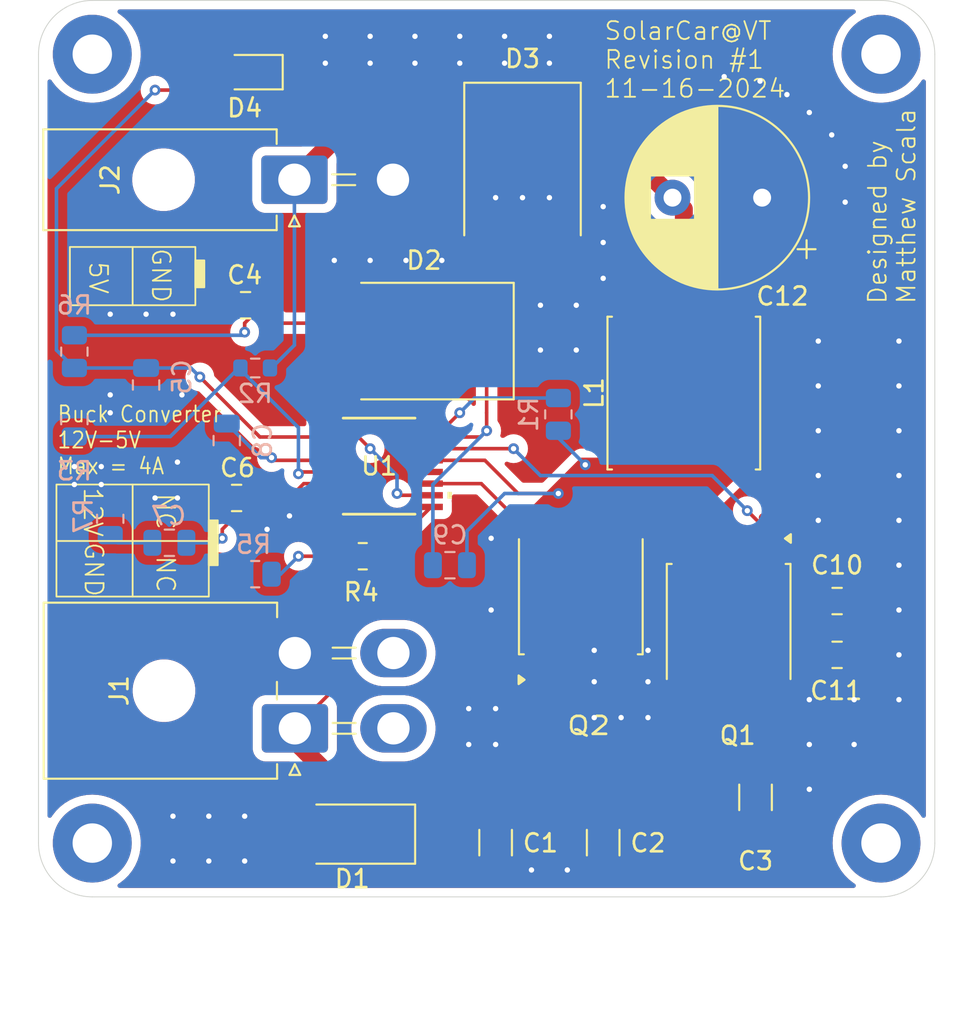
<source format=kicad_pcb>
(kicad_pcb (version 20240108) (generator "pcbnew") (generator_version "8.0")
  (layers (0 "F.Cu" signal) (31 "B.Cu" signal) (34 "B.Paste" user) (35 "F.Paste" user) (36 "B.SilkS" user "B.Silkscreen") (37 "F.SilkS" user "F.Silkscreen") (38 "B.Mask" user) (39 "F.Mask" user) (44 "Edge.Cuts" user))
  (net 0 "")
  (net 1 "GND")
  (net 2 "VCC")
  (net 3 "Net-(D3-K)")
  (net 4 "Net-(C7-Pad1)")
  (net 5 "Net-(Q1-G)")
  (net 6 "Net-(Q2-G)")
  (net 7 "/L_Junction")
  (net 8 "Net-(D2-A)")
  (net 9 "Net-(D2-K)")
  (net 10 "Net-(D4-A)")
  (net 13 "Net-(U1-COMP)")
  (net 14 "Net-(U1-SS)")
  (net 15 "Net-(U1-CS)")
  (net 16 "Net-(U1-FB)")
  (net 17 "Net-(U1-EN{slash}UVLO)")
  (footprint "Capacitor_SMD:C_0805_2012Metric" (layer "F.Cu") (at 169.55 108.5)
    (property "Reference" "C10" (at 0 -2 0) (layer "F.SilkS"))
    (property "Value" "10 uF")
    (pad "1" smd roundrect (at -0.95 0) (size 1 1.45) (layers "F.Cu" "F.Paste" "F.Mask") (net 2 "VCC"))
    (pad "2" smd roundrect (at 0.95 0) (size 1 1.45) (layers "F.Cu" "F.Paste" "F.Mask") (net 1 "GND"))
  )
  (footprint "Inductor_SMD:L_Cenker_CKCS8080" (layer "F.Cu") (at 161 96.9 90)
    (property "Reference" "L1" (at 0 -5 90) (layer "F.SilkS"))
    (property "Value" "22 uH(any low value above 4uH)")
    (pad "1" smd rect (at -2.9 0 90) (size 2.7 7.5) (layers "F.Cu" "F.Paste" "F.Mask") (net 7 "/L_Junction"))
    (pad "2" smd rect (at 2.9 0 90) (size 2.7 7.5) (layers "F.Cu" "F.Paste" "F.Mask") (net 3 "Net-(D3-K)"))
  )
  (footprint "Resistor_SMD:R_0805_2012Metric" (layer "F.Cu") (at 143.0875 106 180)
    (property "Reference" "R4" (at 0.0875 -2 0) (layer "F.SilkS"))
    (property "Value" "2.67k")
    (pad "1" smd roundrect (at -0.9125 0 180) (size 1.025 1.4) (layers "F.Cu" "F.Paste" "F.Mask") (roundrect_rratio 0.243902) (net 2 "VCC"))
    (pad "2" smd roundrect (at 0.9125 0 180) (size 1.025 1.4) (layers "F.Cu" "F.Paste" "F.Mask") (roundrect_rratio 0.243902) (net 17 "Net-(U1-EN{slash}UVLO)"))
  )
  (footprint "Capacitor_SMD:C_0805_2012Metric" (layer "F.Cu") (at 136.05 102.75)
    (property "Reference" "C6" (at 0.05 -1.68 0) (layer "F.SilkS"))
    (property "Value" "50 pF")
    (pad "1" smd roundrect (at -0.95 0) (size 1 1.45) (layers "F.Cu" "F.Paste" "F.Mask") (net 1 "GND"))
    (pad "2" smd roundrect (at 0.95 0) (size 1 1.45) (layers "F.Cu" "F.Paste" "F.Mask") (net 13 "Net-(U1-COMP)"))
  )
  (footprint "Diode_SMD:D_SMC" (layer "F.Cu") (at 146.6 94 180)
    (property "Reference" "D2" (at 0.1 4.5 0) (layer "F.SilkS"))
    (property "Value" "D_Schottky")
    (pad "1" smd roundrect (at -3.4 0 270) (size 3.3 2.5) (layers "F.Cu" "F.Paste" "F.Mask") (roundrect_rratio 0.1) (net 9 "Net-(D2-K)"))
    (pad "2" smd roundrect (at 3.4 0 270) (size 3.3 2.5) (layers "F.Cu" "F.Paste" "F.Mask") (roundrect_rratio 0.1) (net 8 "Net-(D2-A)"))
  )
  (footprint "MountingHole:MountingHole_2.2mm_M2_Pad" (layer "F.Cu") (at 172 78)
    (property "Reference" "H1" (hide yes))
    (property "Value" "MountingHole")
    (pad "1" thru_hole circle (at 0 0) (size 4.4 4.4) (drill 2.2) (layers "*.Cu" "*.Mask"))
  )
  (footprint "Capacitor_SMD:C_0805_2012Metric" (layer "F.Cu") (at 169.55 111.5 180)
    (property "Reference" "C11" (at 0.05 -2 0) (layer "F.SilkS"))
    (property "Value" "10 uF")
    (pad "1" smd roundrect (at -0.95 0 180) (size 1 1.45) (layers "F.Cu" "F.Paste" "F.Mask") (net 1 "GND"))
    (pad "2" smd roundrect (at 0.95 0 180) (size 1 1.45) (layers "F.Cu" "F.Paste" "F.Mask") (net 2 "VCC"))
  )
  (footprint "footprints:TO-252-2 (corrected pin order)" (layer "F.Cu") (at 155.2525 108.16 90)
    (property "Reference" "Q2" (at -7.29 0.4375 0) (layer "F.SilkS") (effects (font (size 1 1.2))))
    (property "Value" "NMOS")
    (pad "1" smd roundrect (at -0.415 -1.525 90) (size 3.05 2.75) (layers "F.Cu" "F.Paste") (roundrect_rratio 0.090909) (net 7 "/L_Junction"))
    (pad "1" smd roundrect (at -0.415 1.525 90) (size 3.05 2.75) (layers "F.Cu" "F.Paste") (roundrect_rratio 0.090909) (net 7 "/L_Junction"))
    (pad "1" smd roundrect (at 1.26 0 90) (size 6.4 5.8) (layers "F.Cu" "F.Mask") (roundrect_rratio 0.043103) (net 7 "/L_Junction"))
    (pad "1" smd roundrect (at 2.935 -1.525 90) (size 3.05 2.75) (layers "F.Cu" "F.Paste") (roundrect_rratio 0.090909) (net 7 "/L_Junction"))
    (pad "1" smd roundrect (at 2.935 1.525 90) (size 3.05 2.75) (layers "F.Cu" "F.Paste") (roundrect_rratio 0.090909) (net 7 "/L_Junction"))
    (pad "2" smd roundrect (at -5.04 -2.28 90) (size 2.2 1.2) (layers "F.Cu" "F.Paste" "F.Mask") (roundrect_rratio 0.208333) (net 6 "Net-(Q2-G)"))
    (pad "3" smd roundrect (at -5.04 2.28 90) (size 2.2 1.2) (layers "F.Cu" "F.Paste" "F.Mask") (roundrect_rratio 0.208333) (net 1 "GND"))
  )
  (footprint "Capacitor_THT:CP_Radial_D10.0mm_P5.00mm" (layer "F.Cu") (at 165.367677 86 180)
    (property "Reference" "C12" (at -1.132323 -5.5 180) (layer "F.SilkS"))
    (property "Value" "~")
    (pad "1" thru_hole rect (at 0 0 180) (size 2 2) (drill 1) (layers "*.Cu" "*.Mask") (net 1 "GND"))
    (pad "2" thru_hole circle (at 5 0 180) (size 2 2) (drill 1) (layers "*.Cu" "*.Mask") (net 3 "Net-(D3-K)"))
  )
  (footprint "Capacitor_SMD:C_1206_3216Metric" (layer "F.Cu") (at 156.5 121.975 -90)
    (property "Reference" "C2" (at 0.025 -2.5 180) (layer "F.SilkS"))
    (property "Value" "~")
    (pad "1" smd roundrect (at -1.475 0 270) (size 1.15 1.8) (layers "F.Cu" "F.Paste" "F.Mask") (roundrect_rratio 0.217391) (net 2 "VCC"))
    (pad "2" smd roundrect (at 1.475 0 270) (size 1.15 1.8) (layers "F.Cu" "F.Paste" "F.Mask") (roundrect_rratio 0.217391) (net 1 "GND"))
  )
  (footprint "Diode_SMD:D_SMA" (layer "F.Cu") (at 142.5 121.5 180)
    (property "Reference" "D1" (at 0 -2.5 0) (layer "F.SilkS"))
    (property "Value" "PTVS12VZ1USK")
    (pad "1" smd roundrect (at -2 0 180) (size 2.5 1.8) (layers "F.Cu" "F.Paste" "F.Mask") (roundrect_rratio 0.1388888889) (net 2 "VCC"))
    (pad "2" smd roundrect (at 2 0 180) (size 2.5 1.8) (layers "F.Cu" "F.Paste" "F.Mask") (roundrect_rratio 0.1388888889) (net 1 "GND"))
  )
  (footprint "MountingHole:MountingHole_2.2mm_M2_Pad" (layer "F.Cu") (at 128 78)
    (property "Reference" "H2" (hide yes))
    (property "Value" "MountingHole")
    (pad "1" thru_hole circle (at 0 0) (size 4.4 4.4) (drill 2.2) (layers "*.Cu" "*.Mask"))
  )
  (footprint "MountingHole:MountingHole_2.2mm_M2_Pad" (layer "F.Cu") (at 172 122)
    (property "Reference" "H4" (hide yes))
    (property "Value" "MountingHole")
    (pad "1" thru_hole circle (at 0 0) (size 4.4 4.4) (drill 2.2) (layers "*.Cu" "*.Mask"))
  )
  (footprint "footprints:TO-252-2 (corrected pin order)" (layer "F.Cu") (at 163.5 109.74 -90)
    (property "Reference" "Q1" (at 6.26 -0.5 0) (layer "F.SilkS"))
    (property "Value" "NMOS")
    (pad "1" smd roundrect (at -0.415 -1.525 270) (size 3.05 2.75) (layers "F.Cu" "F.Paste") (roundrect_rratio 0.090909) (net 2 "VCC"))
    (pad "1" smd roundrect (at -0.415 1.525 270) (size 3.05 2.75) (layers "F.Cu" "F.Paste") (roundrect_rratio 0.090909) (net 2 "VCC"))
    (pad "1" smd roundrect (at 1.26 0 270) (size 6.4 5.8) (layers "F.Cu" "F.Mask") (roundrect_rratio 0.043103) (net 2 "VCC"))
    (pad "1" smd roundrect (at 2.935 -1.525 270) (size 3.05 2.75) (layers "F.Cu" "F.Paste") (roundrect_rratio 0.090909) (net 2 "VCC"))
    (pad "1" smd roundrect (at 2.935 1.525 270) (size 3.05 2.75) (layers "F.Cu" "F.Paste") (roundrect_rratio 0.090909) (net 2 "VCC"))
    (pad "2" smd roundrect (at -5.04 -2.28 270) (size 2.2 1.2) (layers "F.Cu" "F.Paste" "F.Mask") (roundrect_rratio 0.208333) (net 5 "Net-(Q1-G)"))
    (pad "3" smd roundrect (at -5.04 2.28 270) (size 2.2 1.2) (layers "F.Cu" "F.Paste" "F.Mask") (roundrect_rratio 0.208333) (net 7 "/L_Junction"))
  )
  (footprint "Capacitor_SMD:C_1206_3216Metric" (layer "F.Cu") (at 165 119.45 -90)
    (property "Reference" "C3" (at 3.55 0 180) (layer "F.SilkS"))
    (property "Value" "~")
    (pad "1" smd roundrect (at -1.475 0 270) (size 1.15 1.8) (layers "F.Cu" "F.Paste" "F.Mask") (roundrect_rratio 0.217391) (net 2 "VCC"))
    (pad "2" smd roundrect (at 1.475 0 270) (size 1.15 1.8) (layers "F.Cu" "F.Paste" "F.Mask") (roundrect_rratio 0.217391) (net 1 "GND"))
  )
  (footprint "Diode_SMD:D_SMC" (layer "F.Cu") (at 152 84.5 -90)
    (property "Reference" "D3" (at -6.25 0 0) (layer "F.SilkS"))
    (property "Value" "PTVS5V0Z1USK")
    (pad "1" smd roundrect (at -3.4 0) (size 3.3 2.5) (layers "F.Cu" "F.Paste" "F.Mask") (roundrect_rratio 0.1) (net 3 "Net-(D3-K)"))
    (pad "2" smd roundrect (at 3.4 0) (size 3.3 2.5) (layers "F.Cu" "F.Paste" "F.Mask") (roundrect_rratio 0.1) (net 1 "GND"))
  )
  (footprint "Connector_Molex:Molex_Mini-Fit_Jr_5569-04A2_2x02_P4.20mm_Horizontal" (layer "F.Cu") (at 139.3 115.6 90)
    (property "Reference" "J1" (at 2.1 -9.8 -90) (layer "F.SilkS"))
    (property "Value" "Conn_01x04_Pin" (hide yes))
    (pad "" np_thru_hole circle (at 2.1 -7.3 90) (size 3 3) (drill 3) (layers "*.Cu" "*.Mask"))
    (pad "1" thru_hole roundrect (at 0 0 90) (size 2.7 3.7) (drill 1.8) (layers "*.Cu" "*.Mask") (roundrect_rratio 0.092593) (net 2 "VCC"))
    (pad "2" thru_hole oval (at 4.2 0 90) (size 2.7 3.7) (drill 1.8) (layers "*.Cu" "*.Mask") (net 1 "GND"))
    (pad "3" thru_hole oval (at 0 5.5 90) (size 2.7 3.7) (drill 1.8) (layers "*.Cu" "*.Mask"))
    (pad "4" thru_hole oval (at 4.2 5.5 90) (size 2.7 3.7) (drill 1.8) (layers "*.Cu" "*.Mask"))
  )
  (footprint "Connector_Molex:Molex_Mini-Fit_Jr_5569-02A2_2x01_P4.20mm_Horizontal" (layer "F.Cu") (at 139.275 85 90)
    (property "Reference" "J2" (at 0 -10.275 -90) (layer "F.SilkS"))
    (property "Value" "Conn_01x02_Pin")
    (pad "" np_thru_hole circle (at 0 -7.3 90) (size 3 3) (drill 3) (layers "*.Cu" "*.Mask"))
    (pad "1" thru_hole roundrect (at 0 0 90) (size 2.7 3.7) (drill 1.8) (layers "*.Cu" "*.Mask") (roundrect_rratio 0.092593) (net 3 "Net-(D3-K)"))
    (pad "2" thru_hole oval (at 0 5.5 90) (size 2.7 3.7) (drill 1.8) (layers "*.Cu" "*.Mask") (net 1 "GND"))
  )
  (footprint "footprints:TSSOP-16_K4-16-1_MCH" (layer "F.Cu") (at 144 100.974999)
    (property "Reference" "U1" (at 0 0 0) (layer "F.SilkS"))
    (property "Value" "MIC2130-4YTSE-TR")
    (pad "1" smd rect (at -2.90195 -2.274999) (size 1.3081 0.3556) (layers "F.Cu" "F.Paste" "F.Mask") (net 8 "Net-(D2-A)"))
    (pad "2" smd rect (at -2.90195 -1.625001) (size 1.3081 0.3556) (layers "F.Cu" "F.Paste" "F.Mask") (net 10 "Net-(D4-A)"))
    (pad "3" smd rect (at -2.90195 -0.974999) (size 1.3081 0.3556) (layers "F.Cu" "F.Paste" "F.Mask") (net 1 "GND"))
    (pad "4" smd rect (at -2.90195 -0.325001) (size 1.3081 0.3556) (layers "F.Cu" "F.Paste" "F.Mask") (net 14 "Net-(U1-SS)"))
    (pad "5" smd rect (at -2.90195 0.324998) (size 1.3081 0.3556) (layers "F.Cu" "F.Paste" "F.Mask") (net 16 "Net-(U1-FB)"))
    (pad "6" smd rect (at -2.90195 0.974999) (size 1.3081 0.3556) (layers "F.Cu" "F.Paste" "F.Mask") (net 13 "Net-(U1-COMP)"))
    (pad "7" smd rect (at -2.90195 1.624998) (size 1.3081 0.3556) (layers "F.Cu" "F.Paste" "F.Mask") (net 1 "GND"))
    (pad "8" smd rect (at -2.90195 2.274999) (size 1.3081 0.3556) (layers "F.Cu" "F.Paste" "F.Mask") (net 17 "Net-(U1-EN{slash}UVLO)"))
    (pad "9" smd rect (at 2.90195 2.274999) (size 1.3081 0.3556) (layers "F.Cu" "F.Paste" "F.Mask") (net 2 "VCC"))
    (pad "10" smd rect (at 2.90195 1.625001) (size 1.3081 0.3556) (layers "F.Cu" "F.Paste" "F.Mask") (net 8 "Net-(D2-A)"))
    (pad "11" smd rect (at 2.90195 0.974999) (size 1.3081 0.3556) (layers "F.Cu" "F.Paste" "F.Mask") (net 6 "Net-(Q2-G)"))
    (pad "12" smd rect (at 2.90195 0.325001) (size 1.3081 0.3556) (layers "F.Cu" "F.Paste" "F.Mask") (net 1 "GND"))
    (pad "13" smd rect (at 2.90195 -0.324998) (size 1.3081 0.3556) (layers "F.Cu" "F.Paste" "F.Mask") (net 7 "/L_Junction"))
    (pad "14" smd rect (at 2.90195 -0.974999) (size 1.3081 0.3556) (layers "F.Cu" "F.Paste" "F.Mask") (net 5 "Net-(Q1-G)"))
    (pad "15" smd rect (at 2.90195 -1.624998) (size 1.3081 0.3556) (layers "F.Cu" "F.Paste" "F.Mask") (net 9 "Net-(D2-K)"))
    (pad "16" smd rect (at 2.90195 -2.274999) (size 1.3081 0.3556) (layers "F.Cu" "F.Paste" "F.Mask") (net 15 "Net-(U1-CS)"))
  )
  (footprint "LED_SMD:LED_0805_2012Metric" (layer "F.Cu") (at 136.9375 79 180)
    (property "Reference" "D4" (at 0.4375 -2 0) (layer "F.SilkS"))
    (property "Value" "LED")
    (pad "1" smd roundrect (at -0.9375 0 180) (size 0.975 1.4) (layers "F.Cu" "F.Paste" "F.Mask") (net 1 "GND"))
    (pad "2" smd roundrect (at 0.9375 0 180) (size 0.975 1.4) (layers "F.Cu" "F.Paste" "F.Mask") (net 10 "Net-(D4-A)"))
  )
  (footprint "MountingHole:MountingHole_2.2mm_M2_Pad" (layer "F.Cu") (at 128 122)
    (property "Reference" "H3" (hide yes))
    (property "Value" "MountingHole")
    (pad "1" thru_hole circle (at 0 0) (size 4.4 4.4) (drill 2.2) (layers "*.Cu" "*.Mask"))
  )
  (footprint "Capacitor_SMD:C_0805_2012Metric" (layer "F.Cu") (at 136.55 92)
    (property "Reference" "C4" (at -0.05 -1.68 0) (layer "F.SilkS"))
    (property "Value" ".1 uF")
    (pad "1" smd roundrect (at -0.95 0) (size 1 1.45) (layers "F.Cu" "F.Paste" "F.Mask") (net 1 "GND"))
    (pad "2" smd roundrect (at 0.95 0) (size 1 1.45) (layers "F.Cu" "F.Paste" "F.Mask") (net 8 "Net-(D2-A)"))
  )
  (footprint "Capacitor_SMD:C_1206_3216Metric" (layer "F.Cu") (at 150.5 121.975 90)
    (property "Reference" "C1" (at -0.025 2.5 180) (layer "F.SilkS"))
    (property "Value" "22-100 uF 6-10 of them")
    (pad "1" smd roundrect (at -1.475 0 90) (size 1.15 1.8) (layers "F.Cu" "F.Paste" "F.Mask") (roundrect_rratio 0.217391) (net 1 "GND"))
    (pad "2" smd roundrect (at 1.475 0 90) (size 1.15 1.8) (layers "F.Cu" "F.Paste" "F.Mask") (roundrect_rratio 0.217391) (net 2 "VCC"))
  )
  (footprint "Resistor_SMD:R_0805_2012Metric" (layer "B.Cu") (at 137.0875 107 180)
    (property "Reference" "R5" (at 0.0875 1.65 0) (layer "B.SilkS") (effects (justify mirror)))
    (property "Value" "24k")
    (pad "1" smd roundrect (at -0.9125 0 180) (size 1.025 1.4) (layers "B.Cu" "B.Paste" "B.Mask") (roundrect_rratio 0.243902) (net 17 "Net-(U1-EN{slash}UVLO)"))
    (pad "2" smd roundrect (at 0.9125 0 180) (size 1.025 1.4) (layers "B.Cu" "B.Paste" "B.Mask") (roundrect_rratio 0.243902) (net 1 "GND"))
  )
  (footprint "Capacitor_SMD:C_0805_2012Metric" (layer "B.Cu") (at 132.3 105.25)
    (property "Reference" "C7" (at -0.05 -1.5 0) (layer "B.SilkS") (effects (justify mirror)))
    (property "Value" ".15 uF")
    (pad "1" smd roundrect (at -0.95 0) (size 1 1.45) (layers "B.Cu" "B.Paste" "B.Mask") (net 4 "Net-(C7-Pad1)"))
    (pad "2" smd roundrect (at 0.95 0) (size 1 1.45) (layers "B.Cu" "B.Paste" "B.Mask") (net 13 "Net-(U1-COMP)"))
  )
  (footprint "Resistor_SMD:R_0805_2012Metric" (layer "B.Cu") (at 154 98.0875 -90)
    (property "Reference" "R1" (at 0 1.65 90) (layer "B.SilkS") (effects (justify mirror)))
    (property "Value" "32")
    (pad "1" smd roundrect (at -0.9125 0 270) (size 1.025 1.4) (layers "B.Cu" "B.Paste" "B.Mask") (roundrect_rratio 0.243902) (net 15 "Net-(U1-CS)"))
    (pad "2" smd roundrect (at 0.9125 0 270) (size 1.025 1.4) (layers "B.Cu" "B.Paste" "B.Mask") (roundrect_rratio 0.243902) (net 7 "/L_Junction"))
  )
  (footprint "Capacitor_SMD:C_0805_2012Metric" (layer "B.Cu") (at 135.5 99.55 90)
    (property "Reference" "C8" (at 0 2 90) (layer "B.SilkS") (effects (justify mirror)))
    (property "Value" ".1 uF")
    (pad "1" smd roundrect (at -0.95 0 90) (size 1 1.45) (layers "B.Cu" "B.Paste" "B.Mask") (net 1 "GND"))
    (pad "2" smd roundrect (at 0.95 0 90) (size 1 1.45) (layers "B.Cu" "B.Paste" "B.Mask") (net 14 "Net-(U1-SS)"))
  )
  (footprint "Capacitor_SMD:C_0805_2012Metric" (layer "B.Cu") (at 147.95 106.5 180)
    (property "Reference" "C9" (at 0 1.68 0) (layer "B.SilkS") (effects (justify mirror)))
    (property "Value" ".1 uF")
    (pad "1" smd roundrect (at -0.95 0 180) (size 1 1.45) (layers "B.Cu" "B.Paste" "B.Mask") (net 7 "/L_Junction"))
    (pad "2" smd roundrect (at 0.95 0 180) (size 1 1.45) (layers "B.Cu" "B.Paste" "B.Mask") (net 9 "Net-(D2-K)"))
  )
  (footprint "Resistor_SMD:R_0805_2012Metric" (layer "B.Cu") (at 127 98.4125 -90)
    (property "Reference" "R3" (at 2.8375 0 0) (layer "B.SilkS") (effects (justify mirror)))
    (property "Value" "2.67k")
    (pad "1" smd roundrect (at -0.9125 0 270) (size 1.025 1.4) (layers "B.Cu" "B.Paste" "B.Mask") (roundrect_rratio 0.243902) (net 1 "GND"))
    (pad "2" smd roundrect (at 0.9125 0 270) (size 1.025 1.4) (layers "B.Cu" "B.Paste" "B.Mask") (roundrect_rratio 0.243902) (net 16 "Net-(U1-FB)"))
  )
  (footprint "Resistor_SMD:R_0805_2012Metric" (layer "B.Cu") (at 127 94.5875 90)
    (property "Reference" "R6" (at 2.5875 0 180) (layer "B.SilkS") (effects (justify mirror)))
    (property "Value" "10k")
    (pad "1" smd roundrect (at -0.9125 0 90) (size 1.025 1.4) (layers "B.Cu" "B.Paste" "B.Mask") (roundrect_rratio 0.243902) (net 10 "Net-(D4-A)"))
    (pad "2" smd roundrect (at 0.9125 0 90) (size 1.025 1.4) (layers "B.Cu" "B.Paste" "B.Mask") (roundrect_rratio 0.243902) (net 8 "Net-(D2-A)"))
  )
  (footprint "Capacitor_SMD:C_0805_2012Metric" (layer "B.Cu") (at 131 96.45 90)
    (property "Reference" "C5" (at 0.45 2 90) (layer "B.SilkS") (effects (justify mirror)))
    (property "Value" "10 uF")
    (pad "1" smd roundrect (at -0.95 0 90) (size 1 1.45) (layers "B.Cu" "B.Paste" "B.Mask") (net 1 "GND"))
    (pad "2" smd roundrect (at 0.95 0 90) (size 1 1.45) (layers "B.Cu" "B.Paste" "B.Mask") (net 10 "Net-(D4-A)"))
  )
  (footprint "Resistor_SMD:R_0603_1608Metric" (layer "B.Cu") (at 137.0875 95.5)
    (property "Reference" "R2" (at 0 1.43 180) (layer "B.SilkS") (effects (justify mirror)))
    (property "Value" "16.4k")
    (pad "1" smd roundrect (at -0.825 0) (size 0.8 0.95) (layers "B.Cu" "B.Paste" "B.Mask") (net 16 "Net-(U1-FB)"))
    (pad "2" smd roundrect (at 0.825 0) (size 0.8 0.95) (layers "B.Cu" "B.Paste" "B.Mask") (net 3 "Net-(D3-K)"))
  )
  (footprint "Resistor_SMD:R_0805_2012Metric" (layer "B.Cu") (at 129 103.9125 -90)
    (property "Reference" "R7" (at -0.1625 1.5 -90) (layer "B.SilkS") (effects (justify mirror)))
    (property "Value" "3.16k")
    (pad "1" smd roundrect (at -0.9125 0 270) (size 1.025 1.4) (layers "B.Cu" "B.Paste" "B.Mask") (roundrect_rratio 0.243902) (net 1 "GND"))
    (pad "2" smd roundrect (at 0.9125 0 270) (size 1.025 1.4) (layers "B.Cu" "B.Paste" "B.Mask") (roundrect_rratio 0.243902) (net 4 "Net-(C7-Pad1)"))
  )
  (gr_line (start 130.25 92) (end 130.25 88.75) (stroke (width 0.1)) (layer "F.SilkS"))
  (gr_rect (start 134.5 104) (end 135 106.5) (stroke (width 0.1)) (fill solid) (layer "F.SilkS"))
  (gr_rect (start 126.75 88.75) (end 133.75 92) (stroke (width 0.1)) (fill none) (layer "F.SilkS"))
  (gr_line (start 130.25 108.25) (end 130.25 102) (stroke (width 0.1)) (layer "F.SilkS"))
  (gr_line (start 126 105.15) (end 134.5 105.15) (stroke (width 0.1)) (layer "F.SilkS"))
  (gr_rect (start 126 102) (end 134.5 108.25) (stroke (width 0.1)) (fill none) (layer "F.SilkS"))
  (gr_rect (start 133.75 89.5) (end 134.25 91) (stroke (width 0.1)) (fill solid) (layer "F.SilkS"))
  (gr_arc (start 172 75) (mid 174.12132 75.87868) (end 175 78) (stroke (width 0.05)) (layer "Edge.Cuts"))
  (gr_arc (start 125 78) (mid 125.87868 75.87868) (end 128 75) (stroke (width 0.05)) (layer "Edge.Cuts"))
  (gr_line (start 172 125) (end 128 125) (stroke (width 0.05)) (layer "Edge.Cuts"))
  (gr_arc (start 175 122) (mid 174.12132 124.12132) (end 172 125) (stroke (width 0.05)) (layer "Edge.Cuts"))
  (gr_line (start 175 78) (end 175 122) (stroke (width 0.05)) (layer "Edge.Cuts"))
  (gr_line (start 128 75) (end 172 75) (stroke (width 0.05)) (layer "Edge.Cuts"))
  (gr_arc (start 128 125) (mid 125.87868 124.12132) (end 125 122) (stroke (width 0.05)) (layer "Edge.Cuts"))
  (gr_line (start 125 122) (end 125 78) (stroke (width 0.05)) (layer "Edge.Cuts"))
  (gr_text "NC" (at 131.5 107 270) (layer "F.SilkS") (effects (font (size 1 1) (thickness 0.1)) (justify bottom)))
  (gr_text "GND" (at 127.5 105.15 270) (layer "F.SilkS") (effects (font (size 1 1) (thickness 0.1)) (justify left bottom)))
  (gr_text "12V" (at 127.45 102.1 270) (layer "F.SilkS") (effects (font (size 1 1) (thickness 0.1)) (justify left bottom)))
  (gr_text "Designed by\nMatthew Scala" (at 174 92 90) (layer "F.SilkS") (effects (font (size 1 1) (thickness 0.1)) (justify left bottom)))
  (gr_text "GND" (at 131.25 88.75 -90) (layer "F.SilkS") (effects (font (size 1 1) (thickness 0.1)) (justify left bottom)))
  (gr_text "Buck Converter \n12V-5V\nMax = 4A" (at 126 101.5 0) (layer "F.SilkS") (effects (font (size 0.9 0.8) (thickness 0.1)) (justify left bottom)))
  (gr_text "5V" (at 127.75 89.5 -90) (layer "F.SilkS") (effects (font (size 1 1) (thickness 0.1)) (justify left bottom)))
  (gr_text "NC" (at 131.5 103.5 270) (layer "F.SilkS") (effects (font (size 1 1) (thickness 0.1)) (justify bottom)))
  (gr_text "SolarCar@VT\nRevision #1\n11-16-2024" (at 156.5 80.5 0) (layer "F.SilkS") (effects (font (size 1 1) (thickness 0.1)) (justify left bottom)))
  (segment (start 140.316201 102.599997) (end 139.166198 103.75) (width 0.2) (layer "F.Cu") (net 1))
  (segment (start 141.09805 102.599997) (end 140.316201 102.599997) (width 0.2) (layer "F.Cu") (net 1))
  (segment (start 139.166198 103.75) (end 139 103.75) (width 0.2) (layer "F.Cu") (net 1))
  (segment (start 141.9521 102.599997) (end 142.5 102.052097) (width 0.2) (layer "F.Cu") (net 1))
  (segment (start 143.2 101.3) (end 146.90195 101.3) (width 0.2) (layer "F.Cu") (net 1))
  (segment (start 142.5 100.5479) (end 141.9521 100) (width 0.2) (layer "F.Cu") (net 1))
  (segment (start 139 103.75) (end 139 103.916198) (width 0.2) (layer "F.Cu") (net 1))
  (segment (start 141.09805 102.599997) (end 141.9521 102.599997) (width 0.2) (layer "F.Cu") (net 1))
  (segment (start 142.5 102) (end 142.5 100.5479) (width 0.2) (layer "F.Cu") (net 1))
  (segment (start 142.5 102) (end 143.2 101.3) (width 0.2) (layer "F.Cu") (net 1))
  (segment (start 141.9521 100) (end 141.09805 100) (width 0.2) (layer "F.Cu") (net 1))
  (segment (start 142.5 102.052097) (end 142.5 102) (width 0.2) (layer "F.Cu") (net 1))
  (via (at 156 111.25) (size 0.6) (drill 0.3) (layers "F.Cu" "B.Cu") (net 1))
  (via (at 159 113) (size 0.6) (drill 0.3) (layers "F.Cu" "B.Cu") (net 1))
  (via (at 168.5 96.5) (size 0.6) (drill 0.3) (layers "F.Cu" "B.Cu") (net 1))
  (via (at 150.25 105) (size 0.6) (drill 0.3) (layers "F.Cu" "B.Cu") (net 1))
  (via (at 129 92.5) (size 0.6) (drill 0.3) (layers "F.Cu" "B.Cu") (net 1))
  (via (at 156.5 88.5) (size 0.6) (drill 0.3) (layers "F.Cu" "B.Cu") (net 1))
  (via (at 150.5 116.5) (size 0.6) (drill 0.3) (layers "F.Cu" "B.Cu") (net 1))
  (via (at 153.5 86) (size 0.6) (drill 0.3) (layers "F.Cu" "B.Cu") (net 1))
  (via (at 170.5 114) (size 0.6) (drill 0.3) (layers "F.Cu" "B.Cu") (net 1))
  (via (at 153.5 77) (size 0.6) (drill 0.3) (layers "F.Cu" "B.Cu") (net 1))
  (via (at 131.5 102.75) (size 0.6) (drill 0.3) (layers "F.Cu" "B.Cu") (net 1))
  (via (at 143.5 89.5) (size 0.6) (drill 0.3) (layers "F.Cu" "B.Cu") (net 1))
  (via (at 155 92) (size 0.6) (drill 0.3) (layers "F.Cu" "B.Cu") (net 1))
  (via (at 128.5 102) (size 0.6) (drill 0.3) (layers "F.Cu" "B.Cu") (net 1))
  (via (at 173 114) (size 0.6) (drill 0.3) (layers "F.Cu" "B.Cu") (net 1))
  (via (at 173 104) (size 0.6) (drill 0.3) (layers "F.Cu" "B.Cu") (net 1))
  (via (at 150.5 86) (size 0.6) (drill 0.3) (layers "F.Cu" "B.Cu") (net 1))
  (via (at 148.5 77) (size 0.6) (drill 0.3) (layers "F.Cu" "B.Cu") (net 1))
  (via (at 169.25 82.5) (size 0.6) (drill 0.3) (layers "F.Cu" "B.Cu") (net 1))
  (via (at 150.5 114.5) (size 0.6) (drill 0.3) (layers "F.Cu" "B.Cu") (net 1))
  (via (at 170 84.25) (size 0.6) (drill 0.3) (layers "F.Cu" "B.Cu") (net 1))
  (via (at 150.25 109) (size 0.6) (drill 0.3) (layers "F.Cu" "B.Cu") (net 1))
  (via (at 168 81.25) (size 0.6) (drill 0.3) (layers "F.Cu" "B.Cu") (net 1))
  (via (at 132.5 120.5) (size 0.6) (drill 0.3) (layers "F.Cu" "B.Cu") (net 1))
  (via (at 129 97) (size 0.6) (drill 0.3) (layers "F.Cu" "B.Cu") (net 1))
  (via (at 151 78.5) (size 0.6) (drill 0.3) (layers "F.Cu" "B.Cu") (net 1))
  (via (at 170.5 116.5) (size 0.6) (drill 0.3) (layers "F.Cu" "B.Cu") (net 1))
  (via (at 168.5 94) (size 0.6) (drill 0.3) (layers "F.Cu" "B.Cu") (net 1))
  (via (at 173 94) (size 0.6) (drill 0.3) (layers "F.Cu" "B.Cu") (net 1))
  (via (at 153 94.5) (size 0.6) (drill 0.3) (layers "F.Cu" "B.Cu") (net 1))
  (via (at 173 99) (size 0.6) (drill 0.3) (layers "F.Cu" "B.Cu") (net 1))
  (via (at 136.5 120.5) (size 0.6) (drill 0.3) (layers "F.Cu" "B.Cu") (net 1))
  (via (at 154.5 123.5) (size 0.6) (drill 0.3) (layers "F.Cu" "B.Cu") (net 1))
  (via (at 143.5 77) (size 0.6) (drill 0.3) (layers "F.Cu" "B.Cu") (net 1))
  (via (at 152 86) (size 0.6) (drill 0.3) (layers "F.Cu" "B.Cu") (net 1))
  (via (at 148.5 78.5) (size 0.6) (drill 0.3) (layers "F.Cu" "B.Cu") (net 1))
  (via (at 163.25 79.25) (size 0.6) (drill 0.3) (layers "F.Cu" "B.Cu") (net 1))
  (via (at 127 101) (size 0.6) (drill 0.3) (layers "F.Cu" "B.Cu") (net 1))
  (via (at 156 113) (size 0.6) (drill 0.3) (layers "F.Cu" "B.Cu") (net 1))
  (via (at 129 98) (size 0.6) (drill 0.3) (layers "F.Cu" "B.Cu") (net 1))
  (via (at 168.5 99) (size 0.6) (drill 0.3) (layers "F.Cu" "B.Cu") (net 1))
  (via (at 173 109) (size 0.6) (drill 0.3) (layers "F.Cu" "B.Cu") (net 1))
  (via (at 168.5 104) (size 0.6) (drill 0.3) (layers "F.Cu" "B.Cu") (net 1))
  (via (at 168 119) (size 0.6) (drill 0.3) (layers "F.Cu" "B.Cu") (net 1))
  (via (at 146 77) (size 0.6) (drill 0.3) (layers "F.Cu" "B.Cu") (net 1))
  (via (at 134.5 120.5) (size 0.6) (drill 0.3) (layers "F.Cu" "B.Cu") (net 1))
  (via (at 173 96.5) (size 0.6) (drill 0.3) (layers "F.Cu" "B.Cu") (net 1))
  (via (at 151 77) (size 0.6) (drill 0.3) (layers "F.Cu" "B.Cu") (net 1))
  (via (at 133 97) (size 0.6) (drill 0.3) (layers "F.Cu" "B.Cu") (net 1))
  (via (at 149 116.5) (size 0.6) (drill 0.3) (layers "F.Cu" "B.Cu") (net 1))
  (via (at 168 116.5) (size 0.6) (drill 0.3) (layers "F.Cu" "B.Cu") (net 1))
  (via (at 159 115) (size 0.6) (drill 0.3) (layers "F.Cu" "B.Cu") (net 1))
  (via (at 156.5 86.5) (size 0.6) (drill 0.3) (layers "F.Cu" "B.Cu") (net 1))
  (via (at 173 101.5) (size 0.6) (drill 0.3) (layers "F.Cu" "B.Cu") (net 1))
  (via (at 159 111.25) (size 0.6) (drill 0.3) (layers "F.Cu" "B.Cu") (net 1))
  (via (at 143.5 78.5) (size 0.6) (drill 0.3) (layers "F.Cu" "B.Cu") (net 1))
  (via (at 168 114) (size 0.6) (drill 0.3) (layers "F.Cu" "B.Cu") (net 1))
  (via (at 152.5 123.5) (size 0.6) (drill 0.3) (layers "F.Cu" "B.Cu") (net 1))
  (via (at 141 78.5) (size 0.6) (drill 0.3) (layers "F.Cu" "B.Cu") (net 1))
  (via (at 141.5 89.5) (size 0.6) (drill 0.3) (layers "F.Cu" "B.Cu") (net 1))
  (via (at 168.5 101.5) (size 0.6) (drill 0.3) (layers "F.Cu" "B.Cu") (net 1))
  (via (at 145.5 89.5) (size 0.6) (drill 0.3) (layers "F.Cu" "B.Cu") (net 1))
  (via (at 149 114.5) (size 0.6) (drill 0.3) (layers "F.Cu" "B.Cu") (net 1))
  (via (at 165.25 79.5) (size 0.6) (drill 0.3) (layers "F.Cu" "B.Cu") (net 1))
  (via (at 132.75 102.75) (size 0.6) (drill 0.3) (layers "F.Cu" "B.Cu") (net 1))
  (via (at 146 78.5) (size 0.6) (drill 0.3) (layers "F.Cu" "B.Cu") (net 1))
  (via (at 132.75 100.75) (size 0.6) (drill 0.3) (layers "F.Cu" "B.Cu") (net 1))
  (via (at 132.5 123) (size 0.6) (drill 0.3) (layers "F.Cu" "B.Cu") (net 1))
  (via (at 156.5 90.5) (size 0.6) (drill 0.3) (layers "F.Cu" "B.Cu") (net 1))
  (via (at 139 103.75) (size 0.6) (drill 0.3) (layers "F.Cu" "B.Cu") (net 1))
  (via (at 127 102) (size 0.6) (drill 0.3) (layers "F.Cu" "B.Cu") (net 1))
  (via (at 147.5 89.5) (size 0.6) (drill 0.3) (layers "F.Cu" "B.Cu") (net 1))
  (via (at 153 92) (size 0.6) (drill 0.3) (layers "F.Cu" "B.Cu") (net 1))
  (via (at 128.5 101) (size 0.6) (drill 0.3) (layers "F.Cu" "B.Cu") (net 1))
  (via (at 136.5 123) (size 0.6) (drill 0.3) (layers "F.Cu" "B.Cu") (net 1))
  (via (at 166.75 80.25) (size 0.6) (drill 0.3) (layers "F.Cu" "B.Cu") (net 1))
  (via (at 155 94.5) (size 0.6) (drill 0.3) (layers "F.Cu" "B.Cu") (net 1))
  (via (at 134.5 123) (size 0.6) (drill 0.3) (layers "F.Cu" "B.Cu") (net 1))
  (via (at 156 115) (size 0.6) (drill 0.3) (layers "F.Cu" "B.Cu") (net 1))
  (via (at 157.5 115) (size 0.6) (drill 0.3) (layers "F.Cu" "B.Cu") (net 1))
  (via (at 173 111.5) (size 0.6) (drill 0.3) (layers "F.Cu" "B.Cu") (net 1))
  (via (at 173 106.5) (size 0.6) (drill 0.3) (layers "F.Cu" "B.Cu") (net 1))
  (via (at 141 77) (size 0.6) (drill 0.3) (layers "F.Cu" "B.Cu") (net 1))
  (via (at 131 92.5) (size 0.6) (drill 0.3) (layers "F.Cu" "B.Cu") (net 1))
  (via (at 137.75 104.5) (size 0.6) (drill 0.3) (layers "F.Cu" "B.Cu") (net 1))
  (via (at 170 86.25) (size 0.6) (drill 0.3) (layers "F.Cu" "B.Cu") (net 1))
  (via (at 132.5 92.5) (size 0.6) (drill 0.3) (layers "F.Cu" "B.Cu") (net 1))
  (via (at 153.5 78.5) (size 0.6) (drill 0.3) (layers "F.Cu" "B.Cu") (net 1))
  (segment (start 130.9 97.5) (end 131 97.4) (width 0.2) (layer "B.Cu") (net 1))
  (segment (start 148 121.5) (end 149 120.5) (width 1) (layer "F.Cu") (net 2))
  (segment (start 144.151948 106) (end 146.90195 103.249998) (width 0.2) (layer "F.Cu") (net 2))
  (segment (start 165.85 108.5) (end 165.025 109.325) (width 1) (layer "F.Cu") (net 2))
  (segment (start 168.6 111.5) (end 168.6 108.5) (width 1) (layer "F.Cu") (net 2))
  (segment (start 168.6 108.5) (end 165.85 108.5) (width 1) (layer "F.Cu") (net 2))
  (segment (start 149 120.5) (end 150.5 120.5) (width 1) (layer "F.Cu") (net 2))
  (segment (start 144.8 121.2) (end 144.5 121.5) (width 1) (layer "F.Cu") (net 2))
  (segment (start 164 117.975) (end 165 117.975) (width 1) (layer "F.Cu") (net 2))
  (segment (start 144 106.7) (end 144 106) (width 0.2) (layer "F.Cu") (net 2))
  (segment (start 144.5 121.5) (end 139.63137 116.63137) (width 1) (layer "F.Cu") (net 2))
  (segment (start 139.3 115.6) (end 142 112.9) (width 0.2) (layer "F.Cu") (net 2))
  (segment (start 139.63137 116.4) (end 139.865685 116.165685) (width 1) (layer "F.Cu") (net 2))
  (segment (start 165 112.7) (end 165.025 112.675) (width 1) (layer "F.Cu") (net 2))
  (segment (start 161.475 120.5) (end 164 117.975) (width 1) (layer "F.Cu") (net 2))
  (segment (start 144.5 121.5) (end 148 121.5) (width 1) (layer "F.Cu") (net 2))
  (segment (start 156.5 120.5) (end 161.475 120.5) (width 1) (layer "F.Cu") (net 2))
  (segment (start 144 106) (end 144.151948 106) (width 0.2) (layer "F.Cu") (net 2))
  (segment (start 165 117.975) (end 165 112.7) (width 1) (layer "F.Cu") (net 2))
  (segment (start 139.63137 116.63137) (end 139.63137 116.4) (width 1) (layer "F.Cu") (net 2))
  (segment (start 142 112.9) (end 142 108) (width 0.2) (layer "F.Cu") (net 2))
  (segment (start 150.5 120.5) (end 156.5 120.5) (width 1) (layer "F.Cu") (net 2))
  (segment (start 142 108) (end 144 106) (width 0.2) (layer "F.Cu") (net 2))
  (segment (start 161 86.632323) (end 160.367677 86) (width 0.2) (layer "F.Cu") (net 3))
  (segment (start 155.467677 81.1) (end 152 81.1) (width 1) (layer "F.Cu") (net 3))
  (segment (start 152 81.1) (end 143.175 81.1) (width 1) (layer "F.Cu") (net 3))
  (segment (start 143.175 81.1) (end 139.275 85) (width 1) (layer "F.Cu") (net 3))
  (segment (start 161 94) (end 161 86.632323) (width 1) (layer "F.Cu") (net 3))
  (segment (start 160.367677 86) (end 155.467677 81.1) (width 1) (layer "F.Cu") (net 3))
  (segment (start 138 95.5) (end 139.275 94.225) (width 0.2) (layer "B.Cu") (net 3))
  (segment (start 139.275 94.225) (end 139.275 85) (width 0.2) (layer "B.Cu") (net 3))
  (segment (start 129.425 105.25) (end 129 104.825) (width 0.2) (layer "B.Cu") (net 4))
  (segment (start 131.35 105.25) (end 129.425 105.25) (width 0.2) (layer "B.Cu") (net 4))
  (segment (start 146.90195 100) (end 151.5 100) (width 0.2) (layer "F.Cu") (net 5))
  (segment (start 164.54 103.46) (end 165.78 104.7) (width 0.2) (layer "F.Cu") (net 5))
  (via (at 164.54 103.46) (size 0.6) (drill 0.3) (layers "F.Cu" "B.Cu") (net 5))
  (via (at 151.5 100) (size 0.6) (drill 0.3) (layers "F.Cu" "B.Cu") (net 5))
  (segment (start 164.54 103.46) (end 162.58 101.5) (width 0.2) (layer "B.Cu") (net 5))
  (segment (start 153 101.5) (end 151.5 100) (width 0.2) (layer "B.Cu") (net 5))
  (segment (start 162.58 101.5) (end 153 101.5) (width 0.2) (layer "B.Cu") (net 5))
  (segment (start 151.5 111.7275) (end 151.5 103.75) (width 0.2) (layer "F.Cu") (net 6))
  (segment (start 149.699998 101.949998) (end 146.90195 101.949998) (width 0.2) (layer "F.Cu") (net 6))
  (segment (start 152.9725 113.2) (end 151.5 111.7275) (width 0.2) (layer "F.Cu") (net 6))
  (segment (start 151.5 103.75) (end 149.699998 101.949998) (width 0.2) (layer "F.Cu") (net 6))
  (segment (start 161.22 100.02) (end 161 99.8) (width 1) (layer "F.Cu") (net 7))
  (segment (start 157.3025 104.7) (end 156.7775 105.225) (width 1) (layer "F.Cu") (net 7))
  (segment (start 154 102.5) (end 151.75 102.5) (width 0.2) (layer "F.Cu") (net 7))
  (segment (start 149.900001 100.650001) (end 146.90195 100.650001) (width 0.2) (layer "F.Cu") (net 7))
  (segment (start 151.75 102.5) (end 149.900001 100.650001) (width 0.2) (layer "F.Cu") (net 7))
  (via (at 155.5 100.9) (size 0.6) (drill 0.3) (layers "F.Cu" "B.Cu") (net 7))
  (via (at 154 102.5) (size 0.6) (drill 0.3) (layers "F.Cu" "B.Cu") (net 7))
  (segment (start 151 102.5) (end 148.9 104.6) (width 0.2) (layer "B.Cu") (net 7))
  (segment (start 148.9 104.6) (end 148.9 106.5) (width 0.2) (layer "B.Cu") (net 7))
  (segment (start 154 99.4) (end 154 99) (width 0.2) (layer "B.Cu") (net 7))
  (segment (start 154 102.5) (end 151 102.5) (width 0.2) (layer "B.Cu") (net 7))
  (segment (start 155.5 100.9) (end 154 99.4) (width 0.2) (layer "B.Cu") (net 7))
  (segment (start 142.2 98.7) (end 141.09805 98.7) (width 0.2) (layer "F.Cu") (net 8))
  (segment (start 136.5 93.5) (end 136.5 93) (width 0.2) (layer "F.Cu") (net 8))
  (segment (start 145.1 102.6) (end 145 102.5) (width 0.2) (layer "F.Cu") (net 8))
  (segment (start 143.2 96.59805) (end 141.09805 98.7) (width 0.2) (layer "F.Cu") (net 8))
  (segment (start 146.90195 102.6) (end 145.1 102.6) (width 0.2) (layer "F.Cu") (net 8))
  (segment (start 138.5 93) (end 143.2 93) (width 0.2) (layer "F.Cu") (net 8))
  (segment (start 137.5 92) (end 138.5 93) (width 0.2) (layer "F.Cu") (net 8))
  (segment (start 143.2 94) (end 143.2 96.59805) (width 0.2) (layer "F.Cu") (net 8))
  (segment (start 143.5 100) (end 142.2 98.7) (width 0.2) (layer "F.Cu") (net 8))
  (segment (start 136.5 93) (end 137.5 92) (width 0.2) (layer "F.Cu") (net 8))
  (via (at 143.5 100) (size 0.6) (drill 0.3) (layers "F.Cu" "B.Cu") (net 8))
  (via (at 136.5 93.5) (size 0.6) (drill 0.3) (layers "F.Cu" "B.Cu") (net 8))
  (via (at 145 102.5) (size 0.6) (drill 0.3) (layers "F.Cu" "B.Cu") (net 8))
  (segment (start 136.325 93.675) (end 136.5 93.5) (width 0.2) (layer "B.Cu") (net 8))
  (segment (start 145 102.5) (end 145 101.5) (width 0.2) (layer "B.Cu") (net 8))
  (segment (start 127 93.675) (end 136.325 93.675) (width 0.2) (layer "B.Cu") (net 8))
  (segment (start 145 101.5) (end 143.5 100) (width 0.2) (layer "B.Cu") (net 8))
  (segment (start 150 98) (end 150 94) (width 0.2) (layer "F.Cu") (net 9))
  (segment (start 150 99) (end 150 98) (width 0.2) (layer "F.Cu") (net 9))
  (segment (start 146.90195 99.350001) (end 149.649999 99.350001) (width 0.2) (layer "F.Cu") (net 9))
  (segment (start 149.649999 99.350001) (end 150 99) (width 0.2) (layer "F.Cu") (net 9))
  (via (at 150 99) (size 0.6) (drill 0.3) (layers "F.Cu" "B.Cu") (net 9))
  (segment (start 147 102) (end 150 99) (width 0.2) (layer "B.Cu") (net 9))
  (segment (start 147 106.5) (end 147 102) (width 0.2) (layer "B.Cu") (net 9))
  (segment (start 137.349998 99.349998) (end 134 96) (width 0.2) (layer "F.Cu") (net 10))
  (segment (start 135 80) (end 136 79) (width 0.2) (layer "F.Cu") (net 10))
  (segment (start 131.5 80) (end 135 80) (width 0.2) (layer "F.Cu") (net 10))
  (segment (start 141.09805 99.349998) (end 137.349998 99.349998) (width 0.2) (layer "F.Cu") (net 10))
  (via (at 131.5 80) (size 0.6) (drill 0.3) (layers "F.Cu" "B.Cu") (net 10))
  (via (at 134 96) (size 0.6) (drill 0.3) (layers "F.Cu" "B.Cu") (net 10))
  (segment (start 126 94.5) (end 126 85.5) (width 0.2) (layer "B.Cu") (net 10))
  (segment (start 131 95.5) (end 127 95.5) (width 0.2) (layer "B.Cu") (net 10))
  (segment (start 134 96) (end 133.5 95.5) (width 0.2) (layer "B.Cu") (net 10))
  (segment (start 127 95.5) (end 126 94.5) (width 0.2) (layer "B.Cu") (net 10))
  (segment (start 126 85.5) (end 131.5 80) (width 0.2) (layer "B.Cu") (net 10))
  (segment (start 133.5 95.5) (end 131 95.5) (width 0.2) (layer "B.Cu") (net 10))
  (segment (start 141.09805 101.949998) (end 139.798531 101.949998) (width 0.2) (layer "F.Cu") (net 13))
  (segment (start 135.25 104.5) (end 135.25 105) (width 0.2) (layer "F.Cu") (net 13))
  (segment (start 139.798531 101.949998) (end 138.998529 102.75) (width 0.2) (layer "F.Cu") (net 13))
  (segment (start 138.998529 102.75) (end 137 102.75) (width 0.2) (layer "F.Cu") (net 13))
  (segment (start 137 102.75) (end 135.25 104.5) (width 0.2) (layer "F.Cu") (net 13))
  (via (at 135.25 105) (size 0.6) (drill 0.3) (layers "F.Cu" "B.Cu") (net 13))
  (segment (start 135 105.25) (end 133.25 105.25) (width 0.2) (layer "B.Cu") (net 13))
  (segment (start 135.25 105) (end 135 105.25) (width 0.2) (layer "B.Cu") (net 13))
  (segment (start 138.149998 100.649998) (end 141.09805 100.649998) (width 0.2) (layer "F.Cu") (net 14))
  (segment (start 138 100.5) (end 138.149998 100.649998) (width 0.2) (layer "F.Cu") (net 14))
  (via (at 138 100.5) (size 0.6) (drill 0.3) (layers "F.Cu" "B.Cu") (net 14))
  (segment (start 137.4 100.5) (end 138 100.5) (width 0.2) (layer "B.Cu") (net 14))
  (segment (start 135.5 98.6) (end 137.4 100.5) (width 0.2) (layer "B.Cu") (net 14))
  (segment (start 146.90195 98.7) (end 147.8 98.7) (width 0.2) (layer "F.Cu") (net 15))
  (segment (start 147.8 98.7) (end 148.5 98) (width 0.2) (layer "F.Cu") (net 15))
  (via (at 148.5 98) (size 0.6) (drill 0.3) (layers "F.Cu" "B.Cu") (net 15))
  (segment (start 148.5 98) (end 149.325 97.175) (width 0.2) (layer "B.Cu") (net 15))
  (segment (start 149.325 97.175) (end 154 97.175) (width 0.2) (layer "B.Cu") (net 15))
  (segment (start 139.600003 101.299997) (end 139.5 101.4) (width 0.2) (layer "F.Cu") (net 16))
  (segment (start 141.09805 101.299997) (end 139.600003 101.299997) (width 0.2) (layer "F.Cu") (net 16))
  (via (at 139.5 101.4) (size 0.6) (drill 0.3) (layers "F.Cu" "B.Cu") (net 16))
  (segment (start 136.175 95.5) (end 132.35 99.325) (width 0.2) (layer "B.Cu") (net 16))
  (segment (start 139.5 101.4) (end 139.5 98.825) (width 0.2) (layer "B.Cu") (net 16))
  (segment (start 139.5 98.825) (end 136.175 95.5) (width 0.2) (layer "B.Cu") (net 16))
  (segment (start 132.35 99.325) (end 127 99.325) (width 0.2) (layer "B.Cu") (net 16))
  (segment (start 142.175 106) (end 142.175 104.326948) (width 0.2) (layer "F.Cu") (net 17))
  (segment (start 139.5 106) (end 142.175 106) (width 0.2) (layer "F.Cu") (net 17))
  (segment (start 142.175 104.326948) (end 141.09805 103.249998) (width 0.2) (layer "F.Cu") (net 17))
  (via (at 139.5 106) (size 0.6) (drill 0.3) (layers "F.Cu" "B.Cu") (net 17))
  (segment (start 138.5 107) (end 139.5 106) (width 0.2) (layer "B.Cu") (net 17))
  (segment (start 138 107) (end 138.5 107) (width 0.2) (layer "B.Cu") (net 17))
  (zone (net 7) (net_name "/L_Junction") (layer "F.Cu") (priority 1) (connect_pads yes (clearance 0.5)) (min_thickness 0.25) (fill yes (thermal_gap 0.5) (thermal_bridge_width 0.5))
    (polygon (pts (xy 164.5 100.5) (xy 164.5 101.1) (xy 161.75 103.75) (xy 161.75 104.75) (xy 161 105.75) (xy 152.5 105.75) (xy 152.5 103.25) (xy 155.25 100.5)))
  )
  (zone (net 1) (net_name "GND") (layers "F&B.Cu") (connect_pads yes (clearance 0.5)) (min_thickness 0.25) (fill yes (thermal_gap 0.5) (thermal_bridge_width 0.5))
    (polygon (pts (xy 125 75) (xy 175 75) (xy 175 125) (xy 125 125)))
  )
)
</source>
